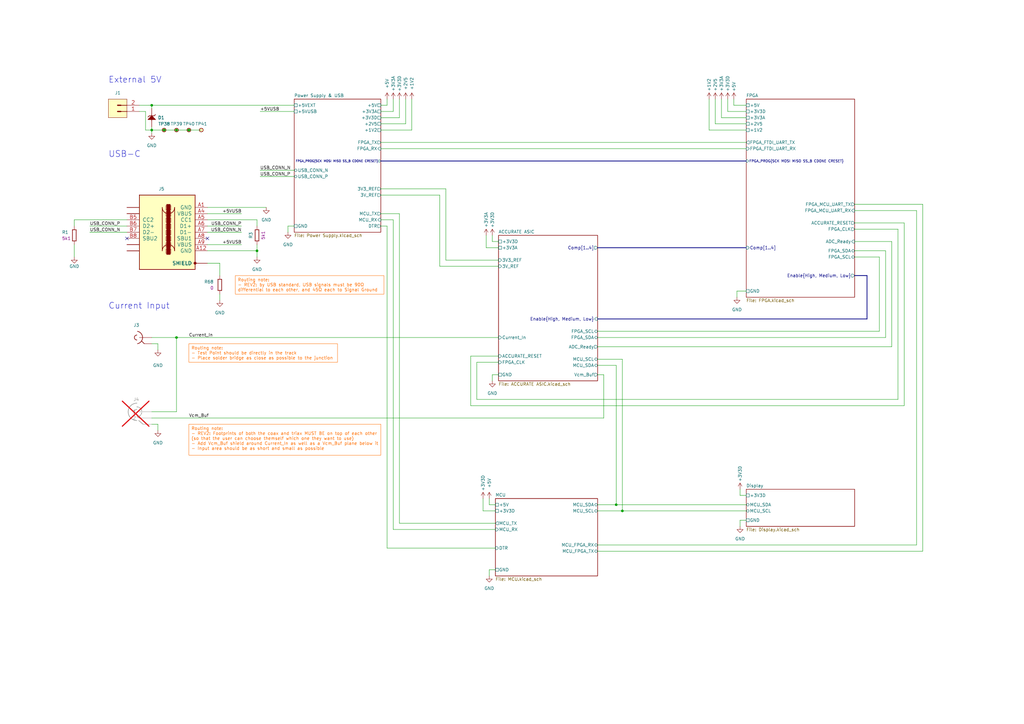
<source format=kicad_sch>
(kicad_sch (version 20240812) (generator "eeschema") (generator_version "8.99")
  (paper "A3")
  (title_block (title "ACCURATE 2 Evaluation Board") (date "2025-01-22") (rev "A") (company "CERN") (comment 1 "CROME") (comment 3 "RP-IL") (comment 6 "Liverud, Consani"))
  (text "External 5V" (at 44.45 34.29 0) (effects (font (size 2.5 2.5)) (justify left bottom)))
  (text "Current Input" (at 44.45 127 0) (effects (font (size 2.5 2.5)) (justify left bottom)))
  (text "USB-C" (at 44.45 64.77 0) (effects (font (size 2.5 2.5)) (justify left bottom)))
  (text_box "Routing note:\n- Test Point should be directly in the track\n- Place solder bridge as close as possible to the junction\n" (at 77.47 140.97 0) (size 60.96 7.62) (margins 0.9525 0.9525 0.9525 0.9525) (stroke (width 0) (color 255 109 0 1)) (effects (font (size 1.27 1.27)) (justify left top)))
  (text_box "Routing note:\n- REV2: Footprints of both the coax and triax MUST BE on top of each other (so that the user can choose themself which one they want to use)\n- Add Vcm_Buf shield around Current_In as well as a Vcm_Buf plane below it\n- Input area should be as short and small as possible" (at 77.47 173.99 0) (size 78.74 12.7) (margins 0.9525 0.9525 0.9525 0.9525) (stroke (width 0) (color 255 109 0 1)) (effects (font (size 1.27 1.27)) (justify left top)))
  (text_box "Routing note:\n- REV2: by USB standard, USB signals must be 90Ω differential to each other, and 45Ω each to Signal Ground\n" (at 96.52 113.03 0) (size 60.96 7.62) (margins 0.9525 0.9525 0.9525 0.9525) (stroke (width 0) (color 255 109 0 1)) (effects (font (size 1.27 1.27)) (justify left top)))
  (junction (at 252.73 207.01))
  (junction (at 77.47 53.34))
  (junction (at 67.31 53.34))
  (junction (at 105.41 102.87))
  (junction (at 62.23 43.18))
  (junction (at 72.39 53.34))
  (junction (at 72.39 138.43))
  (junction (at 255.27 209.55))
  (junction (at 62.23 53.34))
  (no_connect (at 85.09 97.79))
  (no_connect (at 52.07 97.79))
  (wire (pts (xy 156.21 43.18) (xy 158.75 43.18)))
  (wire (pts (xy 368.3 93.98) (xy 350.52 93.98)))
  (wire (pts (xy 245.11 149.86) (xy 252.73 149.86)))
  (wire (pts (xy 57.15 45.72) (xy 59.69 45.72)))
  (wire (pts (xy 255.27 147.32) (xy 255.27 209.55)))
  (bus (pts (xy 355.6 113.03) (xy 350.52 113.03)))
  (wire (pts (xy 180.34 109.22) (xy 204.47 109.22)))
  (wire (pts (xy 62.23 53.34) (xy 62.23 54.61)))
  (wire (pts (xy 156.21 87.63) (xy 163.83 87.63)))
  (wire (pts (xy 255.27 209.55) (xy 306.07 209.55)))
  (wire (pts (xy 105.41 100.33) (xy 105.41 102.87)))
  (bus (pts (xy 156.21 66.04) (xy 306.07 66.04)))
  (wire (pts (xy 245.11 223.52) (xy 375.92 223.52)))
  (wire (pts (xy 85.09 90.17) (xy 105.41 90.17)))
  (wire (pts (xy 57.15 43.18) (xy 62.23 43.18)))
  (wire (pts (xy 375.92 86.36) (xy 350.52 86.36)))
  (wire (pts (xy 350.52 105.41) (xy 360.68 105.41)))
  (wire (pts (xy 156.21 45.72) (xy 161.29 45.72)))
  (wire (pts (xy 300.99 43.18) (xy 306.07 43.18)))
  (wire (pts (xy 62.23 168.91) (xy 72.39 168.91)))
  (wire (pts (xy 36.83 95.25) (xy 52.07 95.25)))
  (wire (pts (xy 158.75 92.71) (xy 158.75 224.79)))
  (wire (pts (xy 245.11 147.32) (xy 255.27 147.32)))
  (bus (pts (xy 355.6 130.81) (xy 355.6 113.03)))
  (wire (pts (xy 62.23 52.07) (xy 62.23 53.34)))
  (wire (pts (xy 203.2 217.17) (xy 161.29 217.17)))
  (wire (pts (xy 64.77 173.99) (xy 64.77 176.53)))
  (wire (pts (xy 62.23 171.45) (xy 247.65 171.45)))
  (wire (pts (xy 368.3 163.83) (xy 368.3 93.98)))
  (wire (pts (xy 350.52 91.44) (xy 370.84 91.44)))
  (wire (pts (xy 295.91 40.64) (xy 295.91 48.26)))
  (wire (pts (xy 156.21 48.26) (xy 163.83 48.26)))
  (wire (pts (xy 62.23 44.45) (xy 62.23 43.18)))
  (wire (pts (xy 204.47 101.6) (xy 199.39 101.6)))
  (wire (pts (xy 77.47 53.34) (xy 82.55 53.34)))
  (wire (pts (xy 365.76 99.06) (xy 350.52 99.06)))
  (wire (pts (xy 378.46 226.06) (xy 245.11 226.06)))
  (wire (pts (xy 252.73 149.86) (xy 252.73 207.01)))
  (wire (pts (xy 72.39 138.43) (xy 72.39 168.91)))
  (wire (pts (xy 350.52 83.82) (xy 378.46 83.82)))
  (wire (pts (xy 156.21 77.47) (xy 182.88 77.47)))
  (wire (pts (xy 62.23 53.34) (xy 59.69 53.34)))
  (wire (pts (xy 365.76 142.24) (xy 365.76 99.06)))
  (wire (pts (xy 306.07 50.8) (xy 293.37 50.8)))
  (wire (pts (xy 67.31 53.34) (xy 72.39 53.34)))
  (wire (pts (xy 378.46 83.82) (xy 378.46 226.06)))
  (wire (pts (xy 306.07 213.36) (xy 303.53 213.36)))
  (wire (pts (xy 363.22 102.87) (xy 363.22 138.43)))
  (wire (pts (xy 198.12 204.47) (xy 198.12 209.55)))
  (wire (pts (xy 156.21 60.96) (xy 306.07 60.96)))
  (wire (pts (xy 166.37 40.64) (xy 166.37 50.8)))
  (wire (pts (xy 195.58 163.83) (xy 368.3 163.83)))
  (wire (pts (xy 62.23 140.97) (xy 64.77 140.97)))
  (wire (pts (xy 36.83 92.71) (xy 52.07 92.71)))
  (wire (pts (xy 204.47 153.67) (xy 201.93 153.67)))
  (wire (pts (xy 90.17 107.95) (xy 90.17 113.03)))
  (wire (pts (xy 85.09 85.09) (xy 109.22 85.09)))
  (wire (pts (xy 182.88 77.47) (xy 182.88 106.68)))
  (wire (pts (xy 302.26 119.38) (xy 302.26 121.92)))
  (wire (pts (xy 62.23 173.99) (xy 64.77 173.99)))
  (wire (pts (xy 161.29 90.17) (xy 156.21 90.17)))
  (wire (pts (xy 163.83 214.63) (xy 203.2 214.63)))
  (wire (pts (xy 306.07 119.38) (xy 302.26 119.38)))
  (wire (pts (xy 163.83 40.64) (xy 163.83 48.26)))
  (wire (pts (xy 370.84 166.37) (xy 370.84 91.44)))
  (wire (pts (xy 298.45 45.72) (xy 298.45 40.64)))
  (wire (pts (xy 300.99 40.64) (xy 300.99 43.18)))
  (wire (pts (xy 85.09 102.87) (xy 105.41 102.87)))
  (wire (pts (xy 118.11 92.71) (xy 118.11 95.25)))
  (wire (pts (xy 72.39 53.34) (xy 77.47 53.34)))
  (wire (pts (xy 161.29 217.17) (xy 161.29 90.17)))
  (wire (pts (xy 85.09 92.71) (xy 99.06 92.71)))
  (wire (pts (xy 85.09 95.25) (xy 99.06 95.25)))
  (wire (pts (xy 85.09 107.95) (xy 90.17 107.95)))
  (wire (pts (xy 245.11 135.89) (xy 360.68 135.89)))
  (wire (pts (xy 105.41 90.17) (xy 105.41 92.71)))
  (wire (pts (xy 120.65 92.71) (xy 118.11 92.71)))
  (wire (pts (xy 62.23 138.43) (xy 72.39 138.43)))
  (wire (pts (xy 30.48 90.17) (xy 52.07 90.17)))
  (wire (pts (xy 30.48 92.71) (xy 30.48 90.17)))
  (wire (pts (xy 106.68 72.39) (xy 120.65 72.39)))
  (wire (pts (xy 195.58 148.59) (xy 195.58 163.83)))
  (wire (pts (xy 306.07 203.2) (xy 303.53 203.2)))
  (wire (pts (xy 360.68 135.89) (xy 360.68 105.41)))
  (wire (pts (xy 245.11 207.01) (xy 252.73 207.01)))
  (wire (pts (xy 245.11 209.55) (xy 255.27 209.55)))
  (wire (pts (xy 85.09 100.33) (xy 99.06 100.33)))
  (wire (pts (xy 156.21 58.42) (xy 306.07 58.42)))
  (wire (pts (xy 201.93 99.06) (xy 201.93 96.52)))
  (wire (pts (xy 30.48 100.33) (xy 30.48 105.41)))
  (wire (pts (xy 158.75 224.79) (xy 203.2 224.79)))
  (wire (pts (xy 245.11 142.24) (xy 365.76 142.24)))
  (wire (pts (xy 293.37 40.64) (xy 293.37 50.8)))
  (wire (pts (xy 306.07 45.72) (xy 298.45 45.72)))
  (wire (pts (xy 245.11 153.67) (xy 247.65 153.67)))
  (wire (pts (xy 156.21 80.01) (xy 180.34 80.01)))
  (wire (pts (xy 203.2 207.01) (xy 200.66 207.01)))
  (wire (pts (xy 106.68 69.85) (xy 120.65 69.85)))
  (wire (pts (xy 203.2 209.55) (xy 198.12 209.55)))
  (wire (pts (xy 204.47 148.59) (xy 195.58 148.59)))
  (wire (pts (xy 193.04 166.37) (xy 370.84 166.37)))
  (wire (pts (xy 204.47 99.06) (xy 201.93 99.06)))
  (wire (pts (xy 90.17 120.65) (xy 90.17 123.19)))
  (wire (pts (xy 303.53 203.2) (xy 303.53 200.66)))
  (wire (pts (xy 158.75 43.18) (xy 158.75 40.64)))
  (wire (pts (xy 200.66 233.68) (xy 200.66 236.22)))
  (wire (pts (xy 303.53 213.36) (xy 303.53 215.9)))
  (wire (pts (xy 156.21 53.34) (xy 168.91 53.34)))
  (wire (pts (xy 64.77 140.97) (xy 64.77 143.51)))
  (wire (pts (xy 204.47 106.68) (xy 182.88 106.68)))
  (wire (pts (xy 203.2 233.68) (xy 200.66 233.68)))
  (wire (pts (xy 200.66 207.01) (xy 200.66 204.47)))
  (wire (pts (xy 59.69 45.72) (xy 59.69 53.34)))
  (wire (pts (xy 199.39 96.52) (xy 199.39 101.6)))
  (wire (pts (xy 106.68 45.72) (xy 120.65 45.72)))
  (wire (pts (xy 245.11 138.43) (xy 363.22 138.43)))
  (wire (pts (xy 201.93 153.67) (xy 201.93 156.21)))
  (wire (pts (xy 156.21 50.8) (xy 166.37 50.8)))
  (wire (pts (xy 350.52 102.87) (xy 363.22 102.87)))
  (wire (pts (xy 306.07 53.34) (xy 290.83 53.34)))
  (wire (pts (xy 85.09 87.63) (xy 99.06 87.63)))
  (wire (pts (xy 168.91 40.64) (xy 168.91 53.34)))
  (wire (pts (xy 156.21 92.71) (xy 158.75 92.71)))
  (wire (pts (xy 306.07 48.26) (xy 295.91 48.26)))
  (bus (pts (xy 245.11 101.6) (xy 306.07 101.6)))
  (wire (pts (xy 62.23 43.18) (xy 120.65 43.18)))
  (wire (pts (xy 180.34 80.01) (xy 180.34 109.22)))
  (wire (pts (xy 161.29 40.64) (xy 161.29 45.72)))
  (wire (pts (xy 193.04 146.05) (xy 193.04 166.37)))
  (wire (pts (xy 252.73 207.01) (xy 306.07 207.01)))
  (bus (pts (xy 245.11 130.81) (xy 355.6 130.81)))
  (wire (pts (xy 72.39 138.43) (xy 204.47 138.43)))
  (wire (pts (xy 204.47 146.05) (xy 193.04 146.05)))
  (wire (pts (xy 62.23 53.34) (xy 67.31 53.34)))
  (wire (pts (xy 163.83 87.63) (xy 163.83 214.63)))
  (wire (pts (xy 247.65 153.67) (xy 247.65 171.45)))
  (wire (pts (xy 290.83 40.64) (xy 290.83 53.34)))
  (wire (pts (xy 105.41 105.41) (xy 105.41 102.87)))
  (wire (pts (xy 375.92 223.52) (xy 375.92 86.36)))
  (label "+5VUSB" (at 99.06 100.33 180))
  (label "USB_CONN_P" (at 99.06 92.71 180))
  (label "+5VUSB" (at 99.06 87.63 180))
  (label "Vcm_Buf" (at 77.47 171.45 0))
  (label "Current_In" (at 77.47 138.43 0))
  (label "USB_CONN_N" (at 106.68 69.85 0))
  (label "USB_CONN_N" (at 99.06 95.25 180))
  (label "USB_CONN_P" (at 106.68 72.39 0))
  (label "USB_CONN_P" (at 36.83 92.71 0))
  (label "+5VUSB" (at 106.68 45.72 0))
  (label "USB_CONN_N" (at 36.83 95.25 0))
  (symbol (lib_id "power:+5V") (at 200.66 204.47 0) (mirror y) (unit 1)
    (property "Reference" "#PWR019" (effects (hide yes)))
    (property "Value" "+5V" (at 200.66 198.12 90))
  )
  (symbol (lib_id "power:GND") (at 303.53 215.9 0) (mirror y) (unit 1)
    (property "Reference" "#PWR029" (effects (hide yes)))
    (property "Value" "GND" (at 303.53 220.98 0))
  )
  (symbol (lib_id "power:GND") (at 64.77 176.53 0) (mirror y) (unit 1)
    (property "Reference" "#PWR04" (effects (hide yes)))
    (property "Value" "GND" (at 64.77 181.61 0))
  )
  (symbol (lib_id "Resistors SMD:R0603_5K1_1%_0.1W_100PPM") (at 30.48 92.71 90) (mirror x) (unit 1)
    (property "Reference" "R1" (at 25.4 95.25 90) (effects (justify right)))
    (property "Value" "R0603_5K1_1%_0.1W_100PPM" (effects (hide yes)))
    (property "Footprint" "Resistors SMD:RESC1608X55N" (effects (hide yes)))
    (property "Datasheet" "\\\\cern.ch\\dfs\\Applications\\Altium\\Datasheets\\R0603_NIC_NRC.pdf" (effects (hide yes)))
    (property "Tolerance" "±1%" (effects (hide yes)))
    (property "Val" "5k1" (at 25.4 97.79 90) (effects (justify right)))
    (property "Part Number" "R0603_5K1_1%_0.1W_100PPM" (effects (hide yes)))
    (property "Library Ref" "Resistor - 1%" (effects (hide yes)))
    (property "Library Path" "SchLib\\Resistors.SchLib" (effects (hide yes)))
    (property "Comment" "5k1" (effects (hide yes)))
    (property "Component Kind" "Standard" (effects (hide yes)))
    (property "Component Type" "Standard" (effects (hide yes)))
    (property "PackageDescription" " " (effects (hide yes)))
    (property "Pin Count" "2" (effects (hide yes)))
    (property "Footprint Path" "PcbLib\\Resistors SMD.PcbLib" (effects (hide yes)))
    (property "Footprint Ref" "RESC1608X55N" (effects (hide yes)))
    (property "Status" "Preferred" (effects (hide yes)))
    (property "Power" "0.1W" (effects (hide yes)))
    (property "TC" "±100ppm/°C" (effects (hide yes)))
    (property "Voltage" " " (effects (hide yes)))
    (property "Part Description" "General Purpose Thick Film Chip Resistor" (effects (hide yes)))
    (property "Manufacturer" "GENERIC" (effects (hide yes)))
    (property "Manufacturer Part Number" "R0603_5K1_1%_0.1W_100PPM" (effects (hide yes)))
    (property "Case" "0603" (effects (hide yes)))
    (property "PressFit" "No" (effects (hide yes)))
    (property "Mounted" "Yes" (effects (hide yes)))
    (property "Sense Comment" " " (effects (hide yes)))
    (property "Sense" "No" (effects (hide yes)))
    (property "Status Comment" " " (effects (hide yes)))
    (property "Socket" "No" (effects (hide yes)))
    (property "SMD" "Yes" (effects (hide yes)))
    (property "ComponentHeight" " " (effects (hide yes)))
    (property "Manufacturer1 Example" "NIC COMPONENT" (effects (hide yes)))
    (property "Manufacturer1 Part Number" "NRC06F5101TRF" (effects (hide yes)))
    (property "Manufacturer1 ComponentHeight" "0.55mm" (effects (hide yes)))
    (property "HelpURL" "\\\\cern.ch\\dfs\\Applications\\Altium\\Datasheets\\R0603_NIC_NRC.pdf" (effects (hide yes)))
    (property "Author" "CERN DEM JLC" (effects (hide yes)))
    (property "CreateDate" "12/03/07 00:00:00" (effects (hide yes)))
    (property "LatestRevisionDate" "03/13/08 00:00:00" (effects (hide yes)))
    (property "Database Table Name" "Resistors" (effects (hide yes)))
    (property "Library Name" "Resistors SMD" (effects (hide yes)))
    (property "Footprint Library" "Resistors SMD" (effects (hide yes)))
    (property "License" "This work is licensed under the Creative Commons CC-BY-SA 4.0 License. To the extent that circuit schematics that use Licensed Material can be considered to be ‘Adapted Material’, then the copyright holder waives article 3.b of the license with respect to these schematics." (effects (hide yes)))
  )
  (symbol (lib_id "power:GND") (at 62.23 54.61 0) (mirror y) (unit 1)
    (property "Reference" "#PWR02" (effects (hide yes)))
    (property "Value" "GND" (at 62.23 59.69 0))
  )
  (symbol (lib_id "symbol_lib:+3V3D") (at 163.83 40.64 0) (unit 1)
    (property "Reference" "#PWR014" (effects (hide yes)))
    (property "Value" "+3V3D" (at 163.83 34.29 90))
  )
  (symbol (lib_id "LEMO:LEMO_EPL.00.650.NLN") (at 62.23 168.91 0) (unit 1) (dnp yes)
    (property "Reference" "J4" (at 55.88 163.83 0))
    (property "Value" "LEMO_EPL.00.650.NLN" (effects (hide yes)))
    (property "Footprint" "LEMO THD:LEMO_EPL.00.650.NLN" (effects (hide yes)))
    (property "Datasheet" "\\\\cern.ch\\dfs\\Applications\\Altium\\Datasheets\\LEMO_EPL.00.650.NLN.pdf" (effects (hide yes)))
    (property "Comment" "LEMO 00" (effects (hide yes)))
    (property "Part Number" "LEMO_EPL.00.650.NLN" (effects (hide yes)))
    (property "Library Ref" "LEMO_EPL.00.650.NLN" (effects (hide yes)))
    (property "Library Path" "SchLib\\Connectors.SchLib" (effects (hide yes)))
    (property "Component Kind" "Standard" (effects (hide yes)))
    (property "Component Type" "Standard" (effects (hide yes)))
    (property "PackageDescription" " " (effects (hide yes)))
    (property "Pin Count" "3" (effects (hide yes)))
    (property "Case" " " (effects (hide yes)))
    (property "Footprint Path" "PcbLib\\LEMO THD.PcbLib" (effects (hide yes)))
    (property "Footprint Ref" "LEMO_EPL.00.650.NLN" (effects (hide yes)))
    (property "Family" "LEMO 00" (effects (hide yes)))
    (property "Mounted" "No" (effects (hide yes)))
    (property "Socket" "No" (effects (hide yes)))
    (property "SMD" "No" (effects (hide yes)))
    (property "PressFit" "No" (effects (hide yes)))
    (property "Sense" "No" (effects (hide yes)))
    (property "Sense Comment" " " (effects (hide yes)))
    (property "Status" "None" (effects (hide yes)))
    (property "Status Comment" " " (effects (hide yes)))
    (property "SCEM" " " (effects (hide yes)))
    (property "Device" " " (effects (hide yes)))
    (property "Part Description" "50 Ohms Size 00, Coaxial  Elbow Socket (90°) with First Screen" (effects (hide yes)))
    (property "Manufacturer" "LEMO" (effects (hide yes)))
    (property "Manufacturer Part Number" "EPL.00.650.NLN" (effects (hide yes)))
    (property "ComponentHeight" "7mm" (effects (hide yes)))
    (property "HelpURL" "\\\\cern.ch\\dfs\\Applications\\Altium\\Datasheets\\LEMO_EPL.00.650.NLN.pdf" (effects (hide yes)))
    (property "ComponentLink1URL" " " (effects (hide yes)))
    (property "ComponentLink1Description" " " (effects (hide yes)))
    (property "ComponentLink2URL" " " (effects (hide yes)))
    (property "ComponentLink2Description" " " (effects (hide yes)))
    (property "Author" "CERN DEM HF" (effects (hide yes)))
    (property "CreateDate" "10/13/23 00:00:00" (effects (hide yes)))
    (property "LatestRevisionDate" "10/13/23 00:00:00" (effects (hide yes)))
    (property "Database Table Name" "Connectors" (effects (hide yes)))
    (property "Library Name" "LEMO" (effects (hide yes)))
    (property "Footprint Library" "LEMO THD" (effects (hide yes)))
    (property "License" "This work is licensed under the Creative Commons CC-BY-SA 4.0 License. To the extent that circuit schematics that use Licensed Material can be considered to be ‘Adapted Material’, then the copyright holder waives article 3.b of the license with respect to these schematics." (effects (hide yes)))
  )
  (symbol (lib_id "power:GND") (at 30.48 105.41 0) (mirror y) (unit 1)
    (property "Reference" "#PWR01" (effects (hide yes)))
    (property "Value" "GND" (at 30.48 109.22 0))
  )
  (symbol (lib_id "symbol_lib:+3V3D") (at 198.12 204.47 0) (unit 1)
    (property "Reference" "#PWR017" (effects (hide yes)))
    (property "Value" "+3V3D" (at 198.12 198.12 90))
  )
  (symbol (lib_id "symbol_lib:+3V3D") (at 300.99 40.64 0) (mirror y) (unit 1)
    (property "Reference" "#PWR0232" (effects (hide yes)))
    (property "Value" "+5V" (at 300.99 35.56 90))
  )
  (symbol (lib_id "HARWIN:HARWIN_S1751-46") (at 77.47 53.34 0) (unit 1)
    (property "Reference" "TP40" (at 77.47 50.8 0))
    (property "Value" "HARWIN_S1751-46" (effects (hide yes)))
    (property "Footprint" "HARWIN SMD:HARWIN_S1751-46" (effects (hide yes)))
    (property "Datasheet" "\\\\cern.ch\\dfs\\Applications\\Altium\\Datasheets\\HARWIN_S1751-46.pdf" (effects (hide yes)))
    (property "Family" "Test Point" (effects (hide yes)))
    (property "Part Number" "HARWIN_S1751-46" (effects (hide yes)))
    (property "Library Ref" "Test Point" (effects (hide yes)))
    (property "Library Path" "SchLib\\Connectors.SchLib" (effects (hide yes)))
    (property "Comment" " " (effects (hide yes)))
    (property "Component Kind" "Standard" (effects (hide yes)))
    (property "Component Type" "Standard" (effects (hide yes)))
    (property "Pin Count" "1" (effects (hide yes)))
    (property "Case" " " (effects (hide yes)))
    (property "Footprint Path" "PcbLib\\HARWIN SMD.PcbLib" (effects (hide yes)))
    (property "Footprint Ref" "HARWIN_S1751-46" (effects (hide yes)))
    (property "Mounted" "Yes" (effects (hide yes)))
    (property "Socket" "No" (effects (hide yes)))
    (property "SMD" "Yes" (effects (hide yes)))
    (property "Sense" "No" (effects (hide yes)))
    (property "Sense Comment" " " (effects (hide yes)))
    (property "Status" "None" (effects (hide yes)))
    (property "Status Comment" " " (effects (hide yes)))
    (property "SCEM" " " (effects (hide yes)))
    (property "Part Description" "Surface Mount PCB Test Point" (effects (hide yes)))
    (property "Manufacturer" "HARWIN" (effects (hide yes)))
    (property "Manufacturer Part Number" "S1751-46R" (effects (hide yes)))
    (property "ComponentHeight" "2mm" (effects (hide yes)))
    (property "HelpURL" "\\\\cern.ch\\dfs\\Applications\\Altium\\Datasheets\\HARWIN_S1751-46.pdf" (effects (hide yes)))
    (property "ComponentLink1URL" " " (effects (hide yes)))
    (property "ComponentLink1Description" " " (effects (hide yes)))
    (property "ComponentLink2URL" " " (effects (hide yes)))
    (property "ComponentLink2Description" " " (effects (hide yes)))
    (property "Author" "CERN DEM MR" (effects (hide yes)))
    (property "CreateDate" "02/10/16 00:00:00" (effects (hide yes)))
    (property "LatestRevisionDate" "10/11/23 00:00:00" (effects (hide yes)))
    (property "PackageDescription" " " (effects (hide yes)))
    (property "Database Table Name" "Connectors" (effects (hide yes)))
    (property "Library Name" "HARWIN" (effects (hide yes)))
    (property "Footprint Library" "HARWIN SMD" (effects (hide yes)))
    (property "License" "This work is licensed under the Creative Commons CC-BY-SA 4.0 License. To the extent that circuit schematics that use Licensed Material can be considered to be ‘Adapted Material’, then the copyright holder waives article 3.b of the license with respect to these schematics." (effects (hide yes)))
    (property "PressFit" "No" (effects (hide yes)))
    (property "Device" " " (effects (hide yes)))
  )
  (symbol (lib_name "R0603_5K1_1%_0.1W_100PPM_1") (lib_id "Resistors SMD:R0603_5K1_1%_0.1W_100PPM") (at 105.41 100.33 90) (unit 1)
    (property "Reference" "R3" (at 102.87 96.52 0))
    (property "Value" "R0603_5K1_1%_0.1W_100PPM" (effects (hide yes)))
    (property "Footprint" "Resistors SMD:RESC1608X55N" (effects (hide yes)))
    (property "Datasheet" "\\\\cern.ch\\dfs\\Applications\\Altium\\Datasheets\\R0603_NIC_NRC.pdf" (effects (hide yes)))
    (property "Tolerance" "±1%" (effects (hide yes)))
    (property "Val" "5k1" (at 107.95 96.52 0))
    (property "Part Number" "R0603_5K1_1%_0.1W_100PPM" (effects (hide yes)))
    (property "Library Ref" "Resistor - 1%" (effects (hide yes)))
    (property "Library Path" "SchLib\\Resistors.SchLib" (effects (hide yes)))
    (property "Comment" "5k1" (effects (hide yes)))
    (property "Component Kind" "Standard" (effects (hide yes)))
    (property "Component Type" "Standard" (effects (hide yes)))
    (property "PackageDescription" " " (effects (hide yes)))
    (property "Pin Count" "2" (effects (hide yes)))
    (property "Footprint Path" "PcbLib\\Resistors SMD.PcbLib" (effects (hide yes)))
    (property "Footprint Ref" "RESC1608X55N" (effects (hide yes)))
    (property "Status" "Preferred" (effects (hide yes)))
    (property "Power" "0.1W" (effects (hide yes)))
    (property "TC" "±100ppm/°C" (effects (hide yes)))
    (property "Voltage" " " (effects (hide yes)))
    (property "Part Description" "General Purpose Thick Film Chip Resistor" (effects (hide yes)))
    (property "Manufacturer" "GENERIC" (effects (hide yes)))
    (property "Manufacturer Part Number" "R0603_5K1_1%_0.1W_100PPM" (effects (hide yes)))
    (property "Case" "0603" (effects (hide yes)))
    (property "PressFit" "No" (effects (hide yes)))
    (property "Mounted" "Yes" (effects (hide yes)))
    (property "Sense Comment" " " (effects (hide yes)))
    (property "Sense" "No" (effects (hide yes)))
    (property "Status Comment" " " (effects (hide yes)))
    (property "Socket" "No" (effects (hide yes)))
    (property "SMD" "Yes" (effects (hide yes)))
    (property "ComponentHeight" " " (effects (hide yes)))
    (property "Manufacturer1 Example" "NIC COMPONENT" (effects (hide yes)))
    (property "Manufacturer1 Part Number" "NRC06F5101TRF" (effects (hide yes)))
    (property "Manufacturer1 ComponentHeight" "0.55mm" (effects (hide yes)))
    (property "HelpURL" "\\\\cern.ch\\dfs\\Applications\\Altium\\Datasheets\\R0603_NIC_NRC.pdf" (effects (hide yes)))
    (property "Author" "CERN DEM JLC" (effects (hide yes)))
    (property "CreateDate" "12/03/07 00:00:00" (effects (hide yes)))
    (property "LatestRevisionDate" "03/13/08 00:00:00" (effects (hide yes)))
    (property "Database Table Name" "Resistors" (effects (hide yes)))
    (property "Library Name" "Resistors SMD" (effects (hide yes)))
    (property "Footprint Library" "Resistors SMD" (effects (hide yes)))
    (property "License" "This work is licensed under the Creative Commons CC-BY-SA 4.0 License. To the extent that circuit schematics that use Licensed Material can be considered to be ‘Adapted Material’, then the copyright holder waives article 3.b of the license with respect to these schematics." (effects (hide yes)))
  )
  (symbol (lib_id "symbol_lib:+3V3D") (at 201.93 96.52 0) (unit 1)
    (property "Reference" "#PWR021" (effects (hide yes)))
    (property "Value" "+3V3D" (at 201.93 90.17 90))
  )
  (symbol (lib_id "power:GND") (at 302.26 121.92 0) (mirror y) (unit 1)
    (property "Reference" "#PWR026" (effects (hide yes)))
    (property "Value" "GND" (at 302.26 127 0))
  )
  (symbol (lib_id "power:GND") (at 90.17 123.19 0) (unit 1)
    (property "Reference" "#PWR052" (effects (hide yes)))
    (property "Value" "GND" (at 90.17 128.27 0))
  )
  (symbol (lib_id "symbol_lib:+3V3A") (at 199.39 96.52 0) (mirror y) (unit 1)
    (property "Reference" "#PWR018" (effects (hide yes)))
    (property "Value" "+3V3A" (at 199.39 90.17 90))
  )
  (symbol (lib_id "power:GND") (at 64.77 143.51 0) (mirror y) (unit 1)
    (property "Reference" "#PWR03" (effects (hide yes)))
    (property "Value" "GND" (at 64.77 149.86 0))
  )
  (symbol (lib_id "HARWIN:HARWIN_S1751-46") (at 72.39 53.34 0) (unit 1)
    (property "Reference" "TP39" (at 72.39 50.8 0))
    (property "Value" "HARWIN_S1751-46" (effects (hide yes)))
    (property "Footprint" "HARWIN SMD:HARWIN_S1751-46" (effects (hide yes)))
    (property "Datasheet" "\\\\cern.ch\\dfs\\Applications\\Altium\\Datasheets\\HARWIN_S1751-46.pdf" (effects (hide yes)))
    (property "Family" "Test Point" (effects (hide yes)))
    (property "Part Number" "HARWIN_S1751-46" (effects (hide yes)))
    (property "Library Ref" "Test Point" (effects (hide yes)))
    (property "Library Path" "SchLib\\Connectors.SchLib" (effects (hide yes)))
    (property "Comment" " " (effects (hide yes)))
    (property "Component Kind" "Standard" (effects (hide yes)))
    (property "Component Type" "Standard" (effects (hide yes)))
    (property "Pin Count" "1" (effects (hide yes)))
    (property "Case" " " (effects (hide yes)))
    (property "Footprint Path" "PcbLib\\HARWIN SMD.PcbLib" (effects (hide yes)))
    (property "Footprint Ref" "HARWIN_S1751-46" (effects (hide yes)))
    (property "Mounted" "Yes" (effects (hide yes)))
    (property "Socket" "No" (effects (hide yes)))
    (property "SMD" "Yes" (effects (hide yes)))
    (property "Sense" "No" (effects (hide yes)))
    (property "Sense Comment" " " (effects (hide yes)))
    (property "Status" "None" (effects (hide yes)))
    (property "Status Comment" " " (effects (hide yes)))
    (property "SCEM" " " (effects (hide yes)))
    (property "Part Description" "Surface Mount PCB Test Point" (effects (hide yes)))
    (property "Manufacturer" "HARWIN" (effects (hide yes)))
    (property "Manufacturer Part Number" "S1751-46R" (effects (hide yes)))
    (property "ComponentHeight" "2mm" (effects (hide yes)))
    (property "HelpURL" "\\\\cern.ch\\dfs\\Applications\\Altium\\Datasheets\\HARWIN_S1751-46.pdf" (effects (hide yes)))
    (property "ComponentLink1URL" " " (effects (hide yes)))
    (property "ComponentLink1Description" " " (effects (hide yes)))
    (property "ComponentLink2URL" " " (effects (hide yes)))
    (property "ComponentLink2Description" " " (effects (hide yes)))
    (property "Author" "CERN DEM MR" (effects (hide yes)))
    (property "CreateDate" "02/10/16 00:00:00" (effects (hide yes)))
    (property "LatestRevisionDate" "10/11/23 00:00:00" (effects (hide yes)))
    (property "PackageDescription" " " (effects (hide yes)))
    (property "Database Table Name" "Connectors" (effects (hide yes)))
    (property "Library Name" "HARWIN" (effects (hide yes)))
    (property "Footprint Library" "HARWIN SMD" (effects (hide yes)))
    (property "License" "This work is licensed under the Creative Commons CC-BY-SA 4.0 License. To the extent that circuit schematics that use Licensed Material can be considered to be ‘Adapted Material’, then the copyright holder waives article 3.b of the license with respect to these schematics." (effects (hide yes)))
    (property "PressFit" "No" (effects (hide yes)))
    (property "Device" " " (effects (hide yes)))
  )
  (symbol (lib_id "power:+2V5") (at 293.37 40.64 0) (mirror y) (unit 1)
    (property "Reference" "#PWR024" (effects (hide yes)))
    (property "Value" "+2V5" (at 293.37 34.798 90))
  )
  (symbol (lib_id "power:+1V2") (at 168.91 40.64 0) (mirror y) (unit 1)
    (property "Reference" "#PWR016" (effects (hide yes)))
    (property "Value" "+1V2" (at 168.91 34.29 90))
  )
  (symbol (lib_id "power:+2V5") (at 166.37 40.64 0) (unit 1)
    (property "Reference" "#PWR015" (effects (hide yes)))
    (property "Value" "+2V5" (at 166.37 34.29 90))
  )
  (symbol (lib_id "power:GND") (at 118.11 95.25 0) (mirror y) (unit 1)
    (property "Reference" "#PWR09" (effects (hide yes)))
    (property "Value" "GND" (at 118.11 100.33 0))
  )
  (symbol (lib_id "Miscellaneous:GCT_USB4105-GF-A") (at 80.01 80.01 0) (mirror y) (unit 1)
    (property "Reference" "J5" (at 66.2305 77.47 0))
    (property "Value" "GCT_USB4105-GF-A" (effects (hide yes)))
    (property "Footprint" "Miscellaneous SMD:GCT_USB4105-GF-A" (effects (hide yes)))
    (property "Datasheet" "\\\\cern.ch\\dfs\\Applications\\Altium\\Datasheets\\GCT_USB4105-GF-A.pdf" (effects (hide yes)))
    (property "Family" "USB 2.0" (effects (hide yes)))
    (property "Part Number" "GCT_USB4105-GF-A" (effects (hide yes)))
    (property "Library Ref" "GCT_USB4105-GF-A" (effects (hide yes)))
    (property "Library Path" "SchLib\\Connectors.SchLib" (effects (hide yes)))
    (property "Comment" " " (effects (hide yes)))
    (property "Component Kind" "Standard" (effects (hide yes)))
    (property "Component Type" "Standard" (effects (hide yes)))
    (property "Device" " " (effects (hide yes)))
    (property "PackageDescription" " " (effects (hide yes)))
    (property "Pin Count" "20" (effects (hide yes)))
    (property "Case" " " (effects (hide yes)))
    (property "Footprint Path" "PcbLib\\Miscellaneous SMD.PcbLib" (effects (hide yes)))
    (property "Footprint Ref" "GCT_USB4105-GF-A" (effects (hide yes)))
    (property "Mounted" "Yes" (effects (hide yes)))
    (property "Socket" "No" (effects (hide yes)))
    (property "PressFit" "No" (effects (hide yes)))
    (property "SMD" "Yes" (effects (hide yes)))
    (property "Sense" "No" (effects (hide yes)))
    (property "Sense Comment" " " (effects (hide yes)))
    (property "Status Comment" " " (effects (hide yes)))
    (property "Status" "None" (effects (hide yes)))
    (property "SCEM" " " (effects (hide yes)))
    (property "Part Description" "USB 2.0 Type C Receptacle 16 Contacts, SMD, horizontal" (effects (hide yes)))
    (property "Manufacturer" "GCT" (effects (hide yes)))
    (property "Manufacturer Part Number" "USB4105-GF-A" (effects (hide yes)))
    (property "ComponentHeight" "3.31mm" (effects (hide yes)))
    (property "HelpURL" "\\\\cern.ch\\dfs\\Applications\\Altium\\Datasheets\\GCT_USB4105-GF-A.pdf" (effects (hide yes)))
    (property "ComponentLink1URL" " " (effects (hide yes)))
    (property "ComponentLink1Description" " " (effects (hide yes)))
    (property "ComponentLink2URL" " " (effects (hide yes)))
    (property "ComponentLink2Description" " " (effects (hide yes)))
    (property "Author" "CERN DEM HF" (effects (hide yes)))
    (property "CreateDate" "10/12/23 00:00:00" (effects (hide yes)))
    (property "LatestRevisionDate" "10/12/23 00:00:00" (effects (hide yes)))
    (property "Database Table Name" "Connectors" (effects (hide yes)))
    (property "Library Name" "Miscellaneous" (effects (hide yes)))
    (property "Footprint Library" "Miscellaneous SMD" (effects (hide yes)))
    (property "License" "This work is licensed under the Creative Commons CC-BY-SA 4.0 License. To the extent that circuit schematics that use Licensed Material can be considered to be ‘Adapted Material’, then the copyright holder waives article 3.b of the license with respect to these schematics." (effects (hide yes)))
  )
  (symbol (lib_id "symbol_lib:+3V3D") (at 298.45 40.64 0) (mirror y) (unit 1)
    (property "Reference" "#PWR027" (effects (hide yes)))
    (property "Value" "+3V3D" (at 298.45 34.29 90))
  )
  (symbol (lib_id "Resistors SMD:R0603_0R_JUMPER") (at 90.17 120.65 90) (unit 1)
    (property "Reference" "R68" (at 87.63 115.5699 90) (effects (justify left)))
    (property "Value" "R0603_0R_JUMPER" (effects (hide yes)))
    (property "Footprint" "Resistors SMD:RESC1608X55N" (effects (hide yes)))
    (property "Datasheet" "\\\\cern.ch\\dfs\\Applications\\Altium\\Datasheets\\R0603_NIC_NRC.pdf" (effects (hide yes)))
    (property "Val" "0" (at 87.63 118.1099 90) (effects (justify left)))
    (property "Part Number" "R0603_0R_JUMPER" (effects (hide yes)))
    (property "Library Ref" "Resistor" (effects (hide yes)))
    (property "Library Path" "SchLib\\Resistors.SchLib" (effects (hide yes)))
    (property "Comment" "0" (effects (hide yes)))
    (property "Component Kind" "Standard" (effects (hide yes)))
    (property "Component Type" "Standard" (effects (hide yes)))
    (property "PackageDescription" " " (effects (hide yes)))
    (property "Pin Count" "2" (effects (hide yes)))
    (property "Footprint Path" "PcbLib\\Resistors SMD.PcbLib" (effects (hide yes)))
    (property "Footprint Ref" "RESC1608X55N" (effects (hide yes)))
    (property "Status" "Preferred" (effects (hide yes)))
    (property "Power" " " (effects (hide yes)))
    (property "TC" " " (effects (hide yes)))
    (property "Voltage" " " (effects (hide yes)))
    (property "Tolerance" " " (effects (hide yes)))
    (property "Part Description" "1A (0.05R Max DC Resistance) Zero Ohm Jumper" (effects (hide yes)))
    (property "Manufacturer" "GENERIC" (effects (hide yes)))
    (property "Manufacturer Part Number" "R0603_0R_JUMPER" (effects (hide yes)))
    (property "Case" "0603" (effects (hide yes)))
    (property "PressFit" "No" (effects (hide yes)))
    (property "Mounted" "Yes" (effects (hide yes)))
    (property "Sense Comment" " " (effects (hide yes)))
    (property "Sense" "No" (effects (hide yes)))
    (property "Status Comment" " " (effects (hide yes)))
    (property "Socket" "No" (effects (hide yes)))
    (property "SMD" "Yes" (effects (hide yes)))
    (property "ComponentHeight" " " (effects (hide yes)))
    (property "Manufacturer1 Example" "NIC COMPONENT" (effects (hide yes)))
    (property "Manufacturer1 Part Number" "NRC06Z0" (effects (hide yes)))
    (property "Manufacturer1 ComponentHeight" "0.55mm" (effects (hide yes)))
    (property "HelpURL" "\\\\cern.ch\\dfs\\Applications\\Altium\\Datasheets\\R0603_NIC_NRC.pdf" (effects (hide yes)))
    (property "Author" "CERN DEM JLC" (effects (hide yes)))
    (property "CreateDate" "12/03/07 00:00:00" (effects (hide yes)))
    (property "LatestRevisionDate" "03/13/08 00:00:00" (effects (hide yes)))
    (property "Database Table Name" "Resistors" (effects (hide yes)))
    (property "Library Name" "Resistors SMD" (effects (hide yes)))
    (property "Footprint Library" "Resistors SMD" (effects (hide yes)))
    (property "License" "This work is licensed under the Creative Commons CC-BY-SA 4.0 License. To the extent that circuit schematics that use Licensed Material can be considered to be ‘Adapted Material’, then the copyright holder waives article 3.b of the license with respect to these schematics." (effects (hide yes)))
  )
  (symbol (lib_id "HARWIN:HARWIN_S1751-46") (at 67.31 53.34 0) (unit 1)
    (property "Reference" "TP38" (at 67.31 50.8 0))
    (property "Value" "HARWIN_S1751-46" (effects (hide yes)))
    (property "Footprint" "HARWIN SMD:HARWIN_S1751-46" (effects (hide yes)))
    (property "Datasheet" "\\\\cern.ch\\dfs\\Applications\\Altium\\Datasheets\\HARWIN_S1751-46.pdf" (effects (hide yes)))
    (property "Family" "Test Point" (effects (hide yes)))
    (property "Part Number" "HARWIN_S1751-46" (effects (hide yes)))
    (property "Library Ref" "Test Point" (effects (hide yes)))
    (property "Library Path" "SchLib\\Connectors.SchLib" (effects (hide yes)))
    (property "Comment" " " (effects (hide yes)))
    (property "Component Kind" "Standard" (effects (hide yes)))
    (property "Component Type" "Standard" (effects (hide yes)))
    (property "Pin Count" "1" (effects (hide yes)))
    (property "Case" " " (effects (hide yes)))
    (property "Footprint Path" "PcbLib\\HARWIN SMD.PcbLib" (effects (hide yes)))
    (property "Footprint Ref" "HARWIN_S1751-46" (effects (hide yes)))
    (property "Mounted" "Yes" (effects (hide yes)))
    (property "Socket" "No" (effects (hide yes)))
    (property "SMD" "Yes" (effects (hide yes)))
    (property "Sense" "No" (effects (hide yes)))
    (property "Sense Comment" " " (effects (hide yes)))
    (property "Status" "None" (effects (hide yes)))
    (property "Status Comment" " " (effects (hide yes)))
    (property "SCEM" " " (effects (hide yes)))
    (property "Part Description" "Surface Mount PCB Test Point" (effects (hide yes)))
    (property "Manufacturer" "HARWIN" (effects (hide yes)))
    (property "Manufacturer Part Number" "S1751-46R" (effects (hide yes)))
    (property "ComponentHeight" "2mm" (effects (hide yes)))
    (property "HelpURL" "\\\\cern.ch\\dfs\\Applications\\Altium\\Datasheets\\HARWIN_S1751-46.pdf" (effects (hide yes)))
    (property "ComponentLink1URL" " " (effects (hide yes)))
    (property "ComponentLink1Description" " " (effects (hide yes)))
    (property "ComponentLink2URL" " " (effects (hide yes)))
    (property "ComponentLink2Description" " " (effects (hide yes)))
    (property "Author" "CERN DEM MR" (effects (hide yes)))
    (property "CreateDate" "02/10/16 00:00:00" (effects (hide yes)))
    (property "LatestRevisionDate" "10/11/23 00:00:00" (effects (hide yes)))
    (property "PackageDescription" " " (effects (hide yes)))
    (property "Database Table Name" "Connectors" (effects (hide yes)))
    (property "Library Name" "HARWIN" (effects (hide yes)))
    (property "Footprint Library" "HARWIN SMD" (effects (hide yes)))
    (property "License" "This work is licensed under the Creative Commons CC-BY-SA 4.0 License. To the extent that circuit schematics that use Licensed Material can be considered to be ‘Adapted Material’, then the copyright holder waives article 3.b of the license with respect to these schematics." (effects (hide yes)))
    (property "PressFit" "No" (effects (hide yes)))
    (property "Device" " " (effects (hide yes)))
  )
  (symbol (lib_id "power:GND") (at 200.66 236.22 0) (mirror y) (unit 1)
    (property "Reference" "#PWR020" (effects (hide yes)))
    (property "Value" "GND" (at 200.66 241.3 0))
  )
  (symbol (lib_id "power:GND") (at 105.41 105.41 0) (unit 1)
    (property "Reference" "#PWR08" (effects (hide yes)))
    (property "Value" "GND" (at 105.41 110.49 0))
  )
  (symbol (lib_id "Diodes:SMF5.0A") (at 62.23 52.07 90) (unit 1)
    (property "Reference" "D1" (at 64.77 48.26 90) (effects (justify right)))
    (property "Value" "SMF5.0A" (effects (hide yes)))
    (property "Footprint" "ICs And Semiconductors SMD:SODFL3718X108N" (effects (hide yes)))
    (property "Datasheet" "\\\\cern.ch\\dfs\\Applications\\Altium\\Datasheets\\LITTELFUSE_SMF.pdf" (effects (hide yes)))
    (property "Part Number" "SMF5.0A" (effects (hide yes)))
    (property "Library Ref" "Diode TVS Uni-Directional" (effects (hide yes)))
    (property "Library Path" "SchLib\\Diodes.SchLib" (effects (hide yes)))
    (property "Comment" "SMF5.0A" (effects (hide yes)))
    (property "Component Kind" "Standard" (effects (hide yes)))
    (property "Component Type" "Standard" (effects (hide yes)))
    (property "Device" "SMF5.0A" (effects (hide yes)))
    (property "PackageDescription" "SODFL Diode (SOD123FL); 2.75mm W X 1.72mm L X 1.08mm H body, IPC Medium Density" (effects (hide yes)))
    (property "Voltage" "5V" (effects (hide yes)))
    (property "Power" "200W" (effects (hide yes)))
    (property "Status" " " (effects (hide yes)))
    (property "Part Description" "Bi-directional TVS Diode,  Lightning Surge Protection" (effects (hide yes)))
    (property "Manufacturer" "LITTELFUSE" (effects (hide yes)))
    (property "Manufacturer Part Number" "SMF5.0A" (effects (hide yes)))
    (property "Pin Count" "2" (effects (hide yes)))
    (property "Case" "SOD-123FL" (effects (hide yes)))
    (property "Mounted" "Yes" (effects (hide yes)))
    (property "Socket" "No" (effects (hide yes)))
    (property "SMD" "Yes" (effects (hide yes)))
    (property "PressFit" "No" (effects (hide yes)))
    (property "Sense" "No" (effects (hide yes)))
    (property "Sense Comment" " " (effects (hide yes)))
    (property "Bonding" "No" (effects (hide yes)))
    (property "Status Comment" " " (effects (hide yes)))
    (property "ComponentHeight" "1.08mm" (effects (hide yes)))
    (property "Footprint Path" "PcbLib\\ICs And Semiconductors SMD.PcbLib" (effects (hide yes)))
    (property "Footprint Ref" "SODFL3718X108N" (effects (hide yes)))
    (property "HelpURL" "\\\\cern.ch\\dfs\\Applications\\Altium\\Datasheets\\LITTELFUSE_SMF.pdf" (effects (hide yes)))
    (property "ComponentLink1URL" " " (effects (hide yes)))
    (property "ComponentLink1Description" " " (effects (hide yes)))
    (property "ComponentLink2URL" " " (effects (hide yes)))
    (property "ComponentLink2Description" " " (effects (hide yes)))
    (property "Author" "CERN DEM HF" (effects (hide yes)))
    (property "CreateDate" "02/27/23 00:00:00" (effects (hide yes)))
    (property "LatestRevisionDate" "02/27/23 00:00:00" (effects (hide yes)))
    (property "Field1" " " (effects (hide yes)))
    (property "Database Table Name" "ICs And Semiconductors" (effects (hide yes)))
    (property "Library Name" "Diodes" (effects (hide yes)))
    (property "Footprint Library" "ICs And Semiconductors SMD" (effects (hide yes)))
    (property "License" "This work is licensed under the Creative Commons CC-BY-SA 4.0 License. To the extent that circuit schematics that use Licensed Material can be considered to be ‘Adapted Material’, then the copyright holder waives article 3.b of the license with respect to these schematics." (effects (hide yes)))
  )
  (symbol (lib_id "PHOENIX:PHOENIX_1757242") (at 52.07 48.26 180) (unit 1)
    (property "Reference" "J1" (at 48.3235 38.1 0))
    (property "Value" "PHOENIX_1757242" (effects (hide yes)))
    (property "Footprint" "PHOENIX THD:PHOENIX_1757242" (effects (hide yes)))
    (property "Datasheet" "\\\\cern.ch\\dfs\\Applications\\Altium\\Datasheets\\PHOENIX_1757242.pdf" (effects (hide yes)))
    (property "Family" " " (effects (hide yes)))
    (property "Part Number" "PHOENIX_1757242" (effects (hide yes)))
    (property "Library Ref" "Connector 2 Male" (effects (hide yes)))
    (property "Library Path" "SchLib\\Connectors.SchLib" (effects (hide yes)))
    (property "Comment" " " (effects (hide yes)))
    (property "Component Kind" "Standard" (effects (hide yes)))
    (property "Component Type" "Standard" (effects (hide yes)))
    (property "PackageDescription" " " (effects (hide yes)))
    (property "Pin Count" "2" (effects (hide yes)))
    (property "Case" " " (effects (hide yes)))
    (property "Footprint Path" "PcbLib\\PHOENIX THD.PcbLib" (effects (hide yes)))
    (property "Footprint Ref" "PHOENIX_1757242" (effects (hide yes)))
    (property "Mounted" "Yes" (effects (hide yes)))
    (property "Socket" "No" (effects (hide yes)))
    (property "SMD" "No" (effects (hide yes)))
    (property "PressFit" "No" (effects (hide yes)))
    (property "Sense" "No" (effects (hide yes)))
    (property "Sense Comment" " " (effects (hide yes)))
    (property "Status" "None" (effects (hide yes)))
    (property "Status Comment" " " (effects (hide yes)))
    (property "SCEM" " " (effects (hide yes)))
    (property "Device" " " (effects (hide yes)))
    (property "Part Description" "12A, 250V, Pitch 5.08mm, 2 Positions Header" (effects (hide yes)))
    (property "Manufacturer" "PHOENIX CONTACT" (effects (hide yes)))
    (property "Manufacturer Part Number" "1757242 (MSTBA 2,5/ 2-G-5,08)" (effects (hide yes)))
    (property "ComponentHeight" "8.6mm" (effects (hide yes)))
    (property "HelpURL" "\\\\cern.ch\\dfs\\Applications\\Altium\\Datasheets\\PHOENIX_1757242.pdf" (effects (hide yes)))
    (property "ComponentLink1URL" " " (effects (hide yes)))
    (property "ComponentLink1Description" " " (effects (hide yes)))
    (property "ComponentLink2URL" " " (effects (hide yes)))
    (property "ComponentLink2Description" " " (effects (hide yes)))
    (property "Author" "CERN DEM JLC" (effects (hide yes)))
    (property "CreateDate" "09/21/16 00:00:00" (effects (hide yes)))
    (property "LatestRevisionDate" "09/21/16 00:00:00" (effects (hide yes)))
    (property "Database Table Name" "Connectors" (effects (hide yes)))
    (property "Library Name" "PHOENIX" (effects (hide yes)))
    (property "Footprint Library" "PHOENIX THD" (effects (hide yes)))
    (property "License" "This work is licensed under the Creative Commons CC-BY-SA 4.0 License. To the extent that circuit schematics that use Licensed Material can be considered to be ‘Adapted Material’, then the copyright holder waives article 3.b of the license with respect to these schematics." (effects (hide yes)))
  )
  (symbol (lib_id "power:+1V2") (at 290.83 40.64 0) (mirror y) (unit 1)
    (property "Reference" "#PWR023" (effects (hide yes)))
    (property "Value" "+1V2" (at 290.83 34.798 90))
  )
  (symbol (lib_id "power:+5V") (at 158.75 40.64 0) (mirror y) (unit 1)
    (property "Reference" "#PWR012" (effects (hide yes)))
    (property "Value" "+5V" (at 158.75 34.29 90))
  )
  (symbol (lib_id "symbol_lib:+3V3D") (at 303.53 200.66 0) (unit 1)
    (property "Reference" "#PWR028" (effects (hide yes)))
    (property "Value" "+3V3D" (at 303.53 194.31 90))
  )
  (symbol (lib_id "HARWIN:HARWIN_S1751-46") (at 82.55 53.34 0) (unit 1)
    (property "Reference" "TP41" (at 82.55 50.8 0))
    (property "Value" "HARWIN_S1751-46" (effects (hide yes)))
    (property "Footprint" "HARWIN SMD:HARWIN_S1751-46" (effects (hide yes)))
    (property "Datasheet" "\\\\cern.ch\\dfs\\Applications\\Altium\\Datasheets\\HARWIN_S1751-46.pdf" (effects (hide yes)))
    (property "Family" "Test Point" (effects (hide yes)))
    (property "Part Number" "HARWIN_S1751-46" (effects (hide yes)))
    (property "Library Ref" "Test Point" (effects (hide yes)))
    (property "Library Path" "SchLib\\Connectors.SchLib" (effects (hide yes)))
    (property "Comment" " " (effects (hide yes)))
    (property "Component Kind" "Standard" (effects (hide yes)))
    (property "Component Type" "Standard" (effects (hide yes)))
    (property "Pin Count" "1" (effects (hide yes)))
    (property "Case" " " (effects (hide yes)))
    (property "Footprint Path" "PcbLib\\HARWIN SMD.PcbLib" (effects (hide yes)))
    (property "Footprint Ref" "HARWIN_S1751-46" (effects (hide yes)))
    (property "Mounted" "Yes" (effects (hide yes)))
    (property "Socket" "No" (effects (hide yes)))
    (property "SMD" "Yes" (effects (hide yes)))
    (property "Sense" "No" (effects (hide yes)))
    (property "Sense Comment" " " (effects (hide yes)))
    (property "Status" "None" (effects (hide yes)))
    (property "Status Comment" " " (effects (hide yes)))
    (property "SCEM" " " (effects (hide yes)))
    (property "Part Description" "Surface Mount PCB Test Point" (effects (hide yes)))
    (property "Manufacturer" "HARWIN" (effects (hide yes)))
    (property "Manufacturer Part Number" "S1751-46R" (effects (hide yes)))
    (property "ComponentHeight" "2mm" (effects (hide yes)))
    (property "HelpURL" "\\\\cern.ch\\dfs\\Applications\\Altium\\Datasheets\\HARWIN_S1751-46.pdf" (effects (hide yes)))
    (property "ComponentLink1URL" " " (effects (hide yes)))
    (property "ComponentLink1Description" " " (effects (hide yes)))
    (property "ComponentLink2URL" " " (effects (hide yes)))
    (property "ComponentLink2Description" " " (effects (hide yes)))
    (property "Author" "CERN DEM MR" (effects (hide yes)))
    (property "CreateDate" "02/10/16 00:00:00" (effects (hide yes)))
    (property "LatestRevisionDate" "10/11/23 00:00:00" (effects (hide yes)))
    (property "PackageDescription" " " (effects (hide yes)))
    (property "Database Table Name" "Connectors" (effects (hide yes)))
    (property "Library Name" "HARWIN" (effects (hide yes)))
    (property "Footprint Library" "HARWIN SMD" (effects (hide yes)))
    (property "License" "This work is licensed under the Creative Commons CC-BY-SA 4.0 License. To the extent that circuit schematics that use Licensed Material can be considered to be ‘Adapted Material’, then the copyright holder waives article 3.b of the license with respect to these schematics." (effects (hide yes)))
    (property "PressFit" "No" (effects (hide yes)))
    (property "Device" " " (effects (hide yes)))
  )
  (symbol (lib_id "symbol_lib:+3V3A") (at 295.91 40.64 0) (mirror y) (unit 1)
    (property "Reference" "#PWR025" (effects (hide yes)))
    (property "Value" "+3V3A" (at 295.91 34.29 90))
  )
  (symbol (lib_id "power:GND") (at 109.22 85.09 0) (unit 1)
    (property "Reference" "#PWR049" (effects (hide yes)))
    (property "Value" "GND" (at 109.22 90.17 0))
  )
  (symbol (lib_id "power:GND") (at 201.93 156.21 0) (mirror y) (unit 1)
    (property "Reference" "#PWR022" (effects (hide yes)))
    (property "Value" "GND" (at 201.93 161.29 0))
  )
  (symbol (lib_id "symbol_lib:+3V3A") (at 161.29 40.64 0) (unit 1)
    (property "Reference" "#PWR013" (effects (hide yes)))
    (property "Value" "+3V3A" (at 161.29 34.29 90))
  )
  (symbol (lib_name "LEMO_EPK.00.250.NTN_1") (lib_id "LEMO:LEMO_EPK.00.250.NTN") (at 62.23 138.43 0) (unit 1)
    (property "Reference" "J3" (at 57.15 133.35 0) (effects (justify right)))
    (property "Value" "LEMO_EPK.00.250.NTN" (effects (hide yes)))
    (property "Footprint" "LEMO THD:LEMO_EPK.00.250.NTN" (effects (hide yes)))
    (property "Datasheet" "\\\\cern.ch\\dfs\\Applications\\Altium\\Datasheets\\LEMO_EPK.00.250.NTN.pdf" (effects (hide yes)))
    (property "Comment" "LEMO 00" (effects (hide yes)))
    (property "Part Number" "LEMO_EPK.00.250.NTN" (effects (hide yes)))
    (property "Library Ref" "Coax_1Female_1Shield" (effects (hide yes)))
    (property "Library Path" "SchLib\\Connectors.SchLib" (effects (hide yes)))
    (property "Component Kind" "Standard" (effects (hide yes)))
    (property "Component Type" "Standard" (effects (hide yes)))
    (property "PackageDescription" " " (effects (hide yes)))
    (property "Pin Count" "2" (effects (hide yes)))
    (property "Case" " " (effects (hide yes)))
    (property "Footprint Path" "PcbLib\\LEMO THD.PcbLib" (effects (hide yes)))
    (property "Footprint Ref" "LEMO_EPK.00.250.NTN" (effects (hide yes)))
    (property "Family" "LEMO 00" (effects (hide yes)))
    (property "Mounted" "Yes" (effects (hide yes)))
    (property "Socket" "No" (effects (hide yes)))
    (property "SMD" "No" (effects (hide yes)))
    (property "PressFit" "No" (effects (hide yes)))
    (property "Sense" "No" (effects (hide yes)))
    (property "Sense Comment" " " (effects (hide yes)))
    (property "Status" "None" (effects (hide yes)))
    (property "Status Comment" " " (effects (hide yes)))
    (property "SCEM" "09.46.11.180.6" (effects (hide yes)))
    (property "Device" " " (effects (hide yes)))
    (property "Part Description" "Size 00, 50 Ohms Coaxial Elbow (90°) Socket with Clearance Under The Body" (effects (hide yes)))
    (property "Manufacturer" "LEMO" (effects (hide yes)))
    (property "Manufacturer Part Number" "EPK.00.250.NTN" (effects (hide yes)))
    (property "ComponentHeight" "7mm" (effects (hide yes)))
    (property "HelpURL" "\\\\cern.ch\\dfs\\Applications\\Altium\\Datasheets\\LEMO_EPK.00.250.NTN.pdf" (effects (hide yes)))
    (property "ComponentLink1URL" " " (effects (hide yes)))
    (property "ComponentLink1Description" " " (effects (hide yes)))
    (property "ComponentLink2URL" " " (effects (hide yes)))
    (property "ComponentLink2Description" " " (effects (hide yes)))
    (property "Author" "CERN DEM JLC" (effects (hide yes)))
    (property "CreateDate" "09/04/12 00:00:00" (effects (hide yes)))
    (property "LatestRevisionDate" "09/04/12 00:00:00" (effects (hide yes)))
    (property "Database Table Name" "Connectors" (effects (hide yes)))
    (property "Library Name" "LEMO" (effects (hide yes)))
    (property "Footprint Library" "LEMO THD" (effects (hide yes)))
    (property "License" "This work is licensed under the Creative Commons CC-BY-SA 4.0 License. To the extent that circuit schematics that use Licensed Material can be considered to be ‘Adapted Material’, then the copyright holder waives article 3.b of the license with respect to these schematics." (effects (hide yes)))
  )
  (sheet (at 306.07 200.66) (size 44.45 15.24) (stroke (width 0.1524))
    (property "Sheetname" "Display" (at 306.07 199.9484 0) (effects (justify left bottom)))
    (property "Sheetfile" "Display.kicad_sch" (at 306.07 216.4846 0) (effects (justify left top)))
    (pin "GND" passive (at 306.07 213.36 180))
    (pin "+3V3D" passive (at 306.07 203.2 180))
    (pin "MCU_SDA" bidirectional (at 306.07 207.01 180))
    (pin "MCU_SCL" bidirectional (at 306.07 209.55 180))
  )
  (sheet (at 120.65 40.64) (size 35.56 54.61) (stroke (width 0.1524))
    (property "Sheetname" "Power Supply & USB" (at 120.65 39.9284 0) (effects (justify left bottom)))
    (property "Sheetfile" "Power Supply.kicad_sch" (at 120.65 95.8346 0) (effects (justify left top)))
    (pin "GND" passive (at 120.65 92.71 180))
    (pin "+1V2" passive (at 156.21 53.34 0))
    (pin "FPGA_PROG{SCK MOSI MISO SS_B CDONE CRESET}" output (at 156.21 66.04 0) (effects (font (size 0.889 0.889))))
    (pin "MCU_TX" output (at 156.21 87.63 0))
    (pin "MCU_RX" input (at 156.21 90.17 0))
    (pin "3V3_REF" output (at 156.21 77.47 0))
    (pin "+2V5" passive (at 156.21 50.8 0))
    (pin "+3V3D" passive (at 156.21 48.26 0))
    (pin "+3V3A" passive (at 156.21 45.72 0))
    (pin "+5V" passive (at 156.21 43.18 0))
    (pin "3V_REF" output (at 156.21 80.01 0))
    (pin "FPGA_TX" output (at 156.21 58.42 0))
    (pin "FPGA_RX" input (at 156.21 60.96 0))
    (pin "+5VEXT" passive (at 120.65 43.18 180))
    (pin "USB_CONN_N" bidirectional (at 120.65 69.85 180))
    (pin "USB_CONN_P" bidirectional (at 120.65 72.39 180))
    (pin "+5VUSB" passive (at 120.65 45.72 180))
    (pin "DTR" output (at 156.21 92.71 0))
  )
  (sheet (at 204.47 96.52) (size 40.64 59.69) (stroke (width 0.1524))
    (property "Sheetname" "ACCURATE ASIC" (at 204.47 95.8084 0) (effects (justify left bottom)))
    (property "Sheetfile" "ACCURATE ASIC.kicad_sch" (at 204.47 156.7946 0) (effects (justify left top)))
    (pin "GND" passive (at 204.47 153.67 180))
    (pin "+3V3D" passive (at 204.47 99.06 180))
    (pin "+3V3A" passive (at 204.47 101.6 180))
    (pin "MCU_SDA" bidirectional (at 245.11 149.86 0))
    (pin "3V3_REF" input (at 204.47 106.68 180))
    (pin "3V_REF" input (at 204.47 109.22 180))
    (pin "MCU_SCL" bidirectional (at 245.11 147.32 0))
    (pin "FPGA_SDA" bidirectional (at 245.11 138.43 0))
    (pin "FPGA_SCL" bidirectional (at 245.11 135.89 0))
    (pin "Current_In" input (at 204.47 138.43 180))
    (pin "FPGA_CLK" input (at 204.47 148.59 180))
    (pin "Comp[1..4]" output (at 245.11 101.6 0))
    (pin "Enable{High, Medium, Low}" input (at 245.11 130.81 0))
    (pin "Vcm_Buf" output (at 245.11 153.67 0))
    (pin "ACCURATE_RESET" input (at 204.47 146.05 180))
    (pin "ADC_Ready" output (at 245.11 142.24 0))
  )
  (sheet (at 203.2 204.47) (size 41.91 31.75) (stroke (width 0.1524))
    (property "Sheetname" "MCU" (at 203.2 203.7584 0) (effects (justify left bottom)))
    (property "Sheetfile" "MCU.kicad_sch" (at 203.2 236.8046 0) (effects (justify left top)))
    (pin "MCU_SDA" bidirectional (at 245.11 207.01 0))
    (pin "MCU_SCL" bidirectional (at 245.11 209.55 0))
    (pin "+3V3D" passive (at 203.2 209.55 180))
    (pin "MCU_RX" input (at 203.2 217.17 180))
    (pin "MCU_TX" output (at 203.2 214.63 180))
    (pin "+5V" passive (at 203.2 207.01 180))
    (pin "GND" passive (at 203.2 233.68 180))
    (pin "DTR" input (at 203.2 224.79 180))
    (pin "MCU_FPGA_TX" bidirectional (at 245.11 226.06 0))
    (pin "MCU_FPGA_RX" bidirectional (at 245.11 223.52 0))
  )
  (sheet (at 306.07 40.64) (size 44.45 81.28) (stroke (width 0.1524))
    (property "Sheetname" "FPGA" (at 306.07 39.9284 0) (effects (justify left bottom)))
    (property "Sheetfile" "FPGA.kicad_sch" (at 306.07 122.5046 0) (effects (justify left top)))
    (pin "Enable{High, Medium, Low}" output (at 350.52 113.03 0))
    (pin "ACCURATE_RESET" output (at 350.52 91.44 0))
    (pin "FPGA_SCL" bidirectional (at 350.52 105.41 0))
    (pin "FPGA_PROG{SCK MOSI MISO SS_B CDONE CRESET}" input (at 306.07 66.04 180) (effects (font (size 1.016 1.016))))
    (pin "+3V3A" passive (at 306.07 48.26 180))
    (pin "+1V2" passive (at 306.07 53.34 180))
    (pin "+3V3D" passive (at 306.07 45.72 180))
    (pin "+2V5" passive (at 306.07 50.8 180))
    (pin "GND" passive (at 306.07 119.38 180))
    (pin "FPGA_CLK" output (at 350.52 93.98 0))
    (pin "Comp[1..4]" input (at 306.07 101.6 180))
    (pin "FPGA_SDA" bidirectional (at 350.52 102.87 0))
    (pin "FPGA_FTDI_UART_TX" output (at 306.07 58.42 180))
    (pin "FPGA_FTDI_UART_RX" input (at 306.07 60.96 180))
    (pin "FPGA_MCU_UART_RX" input (at 350.52 86.36 0))
    (pin "FPGA_MCU_UART_TX" output (at 350.52 83.82 0))
    (pin "ADC_Ready" input (at 350.52 99.06 0))
    (pin "+5V" passive (at 306.07 43.18 180))
  )
)
</source>
